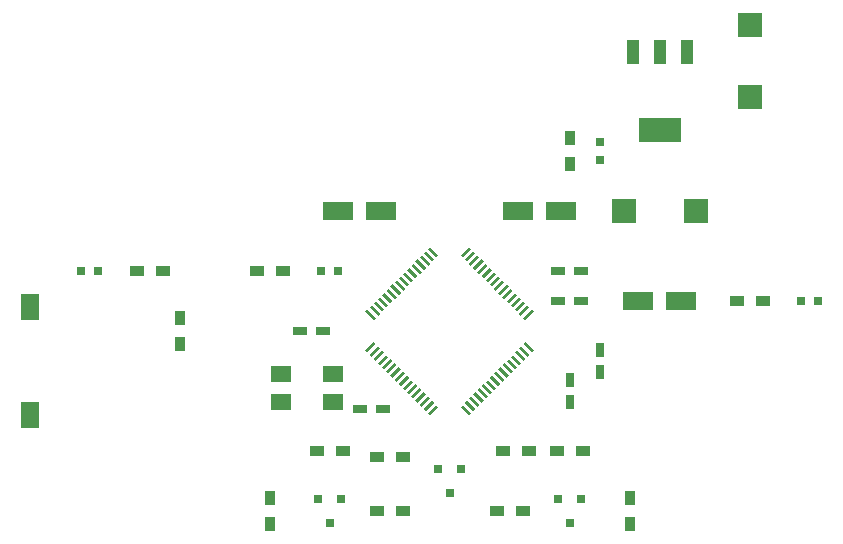
<source format=gtp>
%TF.GenerationSoftware,KiCad,Pcbnew,4.0.2+dfsg1-stable*%
%TF.CreationDate,2019-03-01T13:29:53+01:00*%
%TF.ProjectId,StandAlone-Adapter,5374616E64416C6F6E652D4164617074,rev?*%
%TF.FileFunction,Paste,Top*%
%FSLAX46Y46*%
G04 Gerber Fmt 4.6, Leading zero omitted, Abs format (unit mm)*
G04 Created by KiCad (PCBNEW 4.0.2+dfsg1-stable) date Fri 01 Mar 2019 13:29:53 CET*
%MOMM*%
G01*
G04 APERTURE LIST*
%ADD10C,0.100000*%
%ADD11R,1.800860X1.399540*%
%ADD12R,3.657600X2.032000*%
%ADD13R,1.016000X2.032000*%
%ADD14R,1.200000X0.900000*%
%ADD15R,0.900000X1.200000*%
%ADD16R,0.800100X0.800100*%
%ADD17R,1.998980X1.998980*%
%ADD18R,0.797560X0.797560*%
%ADD19R,1.200000X0.750000*%
%ADD20R,0.750000X1.200000*%
%ADD21R,2.600960X1.600200*%
%ADD22R,1.600000X2.180000*%
G04 APERTURE END LIST*
D10*
D11*
X135595360Y-100004880D03*
X139994640Y-100004880D03*
X139994640Y-97607120D03*
X135595360Y-97607120D03*
D10*
G36*
X142912676Y-95800800D02*
X142735899Y-95624023D01*
X143443006Y-94916916D01*
X143619783Y-95093693D01*
X142912676Y-95800800D01*
X142912676Y-95800800D01*
G37*
G36*
X143266229Y-96154354D02*
X143089452Y-95977577D01*
X143796559Y-95270470D01*
X143973336Y-95447247D01*
X143266229Y-96154354D01*
X143266229Y-96154354D01*
G37*
G36*
X143619783Y-96507907D02*
X143443006Y-96331130D01*
X144150113Y-95624023D01*
X144326890Y-95800800D01*
X143619783Y-96507907D01*
X143619783Y-96507907D01*
G37*
G36*
X143973336Y-96861460D02*
X143796559Y-96684683D01*
X144503666Y-95977576D01*
X144680443Y-96154353D01*
X143973336Y-96861460D01*
X143973336Y-96861460D01*
G37*
G36*
X144326889Y-97215014D02*
X144150112Y-97038237D01*
X144857219Y-96331130D01*
X145033996Y-96507907D01*
X144326889Y-97215014D01*
X144326889Y-97215014D01*
G37*
G36*
X144680443Y-97568567D02*
X144503666Y-97391790D01*
X145210773Y-96684683D01*
X145387550Y-96861460D01*
X144680443Y-97568567D01*
X144680443Y-97568567D01*
G37*
G36*
X145033996Y-97922121D02*
X144857219Y-97745344D01*
X145564326Y-97038237D01*
X145741103Y-97215014D01*
X145033996Y-97922121D01*
X145033996Y-97922121D01*
G37*
G36*
X145387550Y-98275674D02*
X145210773Y-98098897D01*
X145917880Y-97391790D01*
X146094657Y-97568567D01*
X145387550Y-98275674D01*
X145387550Y-98275674D01*
G37*
G36*
X145741103Y-98629227D02*
X145564326Y-98452450D01*
X146271433Y-97745343D01*
X146448210Y-97922120D01*
X145741103Y-98629227D01*
X145741103Y-98629227D01*
G37*
G36*
X146094656Y-98982781D02*
X145917879Y-98806004D01*
X146624986Y-98098897D01*
X146801763Y-98275674D01*
X146094656Y-98982781D01*
X146094656Y-98982781D01*
G37*
G36*
X146448210Y-99336334D02*
X146271433Y-99159557D01*
X146978540Y-98452450D01*
X147155317Y-98629227D01*
X146448210Y-99336334D01*
X146448210Y-99336334D01*
G37*
G36*
X146801763Y-99689888D02*
X146624986Y-99513111D01*
X147332093Y-98806004D01*
X147508870Y-98982781D01*
X146801763Y-99689888D01*
X146801763Y-99689888D01*
G37*
G36*
X147155317Y-100043441D02*
X146978540Y-99866664D01*
X147685647Y-99159557D01*
X147862424Y-99336334D01*
X147155317Y-100043441D01*
X147155317Y-100043441D01*
G37*
G36*
X147508870Y-100396994D02*
X147332093Y-100220217D01*
X148039200Y-99513110D01*
X148215977Y-99689887D01*
X147508870Y-100396994D01*
X147508870Y-100396994D01*
G37*
G36*
X147862423Y-100750548D02*
X147685646Y-100573771D01*
X148392753Y-99866664D01*
X148569530Y-100043441D01*
X147862423Y-100750548D01*
X147862423Y-100750548D01*
G37*
G36*
X148215977Y-101104101D02*
X148039200Y-100927324D01*
X148746307Y-100220217D01*
X148923084Y-100396994D01*
X148215977Y-101104101D01*
X148215977Y-101104101D01*
G37*
G36*
X151680800Y-100927324D02*
X151504023Y-101104101D01*
X150796916Y-100396994D01*
X150973693Y-100220217D01*
X151680800Y-100927324D01*
X151680800Y-100927324D01*
G37*
G36*
X152034354Y-100573771D02*
X151857577Y-100750548D01*
X151150470Y-100043441D01*
X151327247Y-99866664D01*
X152034354Y-100573771D01*
X152034354Y-100573771D01*
G37*
G36*
X152387907Y-100220217D02*
X152211130Y-100396994D01*
X151504023Y-99689887D01*
X151680800Y-99513110D01*
X152387907Y-100220217D01*
X152387907Y-100220217D01*
G37*
G36*
X152741460Y-99866664D02*
X152564683Y-100043441D01*
X151857576Y-99336334D01*
X152034353Y-99159557D01*
X152741460Y-99866664D01*
X152741460Y-99866664D01*
G37*
G36*
X153095014Y-99513111D02*
X152918237Y-99689888D01*
X152211130Y-98982781D01*
X152387907Y-98806004D01*
X153095014Y-99513111D01*
X153095014Y-99513111D01*
G37*
G36*
X153448567Y-99159557D02*
X153271790Y-99336334D01*
X152564683Y-98629227D01*
X152741460Y-98452450D01*
X153448567Y-99159557D01*
X153448567Y-99159557D01*
G37*
G36*
X153802121Y-98806004D02*
X153625344Y-98982781D01*
X152918237Y-98275674D01*
X153095014Y-98098897D01*
X153802121Y-98806004D01*
X153802121Y-98806004D01*
G37*
G36*
X154155674Y-98452450D02*
X153978897Y-98629227D01*
X153271790Y-97922120D01*
X153448567Y-97745343D01*
X154155674Y-98452450D01*
X154155674Y-98452450D01*
G37*
G36*
X154509227Y-98098897D02*
X154332450Y-98275674D01*
X153625343Y-97568567D01*
X153802120Y-97391790D01*
X154509227Y-98098897D01*
X154509227Y-98098897D01*
G37*
G36*
X154862781Y-97745344D02*
X154686004Y-97922121D01*
X153978897Y-97215014D01*
X154155674Y-97038237D01*
X154862781Y-97745344D01*
X154862781Y-97745344D01*
G37*
G36*
X155216334Y-97391790D02*
X155039557Y-97568567D01*
X154332450Y-96861460D01*
X154509227Y-96684683D01*
X155216334Y-97391790D01*
X155216334Y-97391790D01*
G37*
G36*
X155569888Y-97038237D02*
X155393111Y-97215014D01*
X154686004Y-96507907D01*
X154862781Y-96331130D01*
X155569888Y-97038237D01*
X155569888Y-97038237D01*
G37*
G36*
X155923441Y-96684683D02*
X155746664Y-96861460D01*
X155039557Y-96154353D01*
X155216334Y-95977576D01*
X155923441Y-96684683D01*
X155923441Y-96684683D01*
G37*
G36*
X156276994Y-96331130D02*
X156100217Y-96507907D01*
X155393110Y-95800800D01*
X155569887Y-95624023D01*
X156276994Y-96331130D01*
X156276994Y-96331130D01*
G37*
G36*
X156630548Y-95977577D02*
X156453771Y-96154354D01*
X155746664Y-95447247D01*
X155923441Y-95270470D01*
X156630548Y-95977577D01*
X156630548Y-95977577D01*
G37*
G36*
X156984101Y-95624023D02*
X156807324Y-95800800D01*
X156100217Y-95093693D01*
X156276994Y-94916916D01*
X156984101Y-95624023D01*
X156984101Y-95624023D01*
G37*
G36*
X156276994Y-93043084D02*
X156100217Y-92866307D01*
X156807324Y-92159200D01*
X156984101Y-92335977D01*
X156276994Y-93043084D01*
X156276994Y-93043084D01*
G37*
G36*
X155923441Y-92689530D02*
X155746664Y-92512753D01*
X156453771Y-91805646D01*
X156630548Y-91982423D01*
X155923441Y-92689530D01*
X155923441Y-92689530D01*
G37*
G36*
X155569887Y-92335977D02*
X155393110Y-92159200D01*
X156100217Y-91452093D01*
X156276994Y-91628870D01*
X155569887Y-92335977D01*
X155569887Y-92335977D01*
G37*
G36*
X155216334Y-91982424D02*
X155039557Y-91805647D01*
X155746664Y-91098540D01*
X155923441Y-91275317D01*
X155216334Y-91982424D01*
X155216334Y-91982424D01*
G37*
G36*
X154862781Y-91628870D02*
X154686004Y-91452093D01*
X155393111Y-90744986D01*
X155569888Y-90921763D01*
X154862781Y-91628870D01*
X154862781Y-91628870D01*
G37*
G36*
X154509227Y-91275317D02*
X154332450Y-91098540D01*
X155039557Y-90391433D01*
X155216334Y-90568210D01*
X154509227Y-91275317D01*
X154509227Y-91275317D01*
G37*
G36*
X154155674Y-90921763D02*
X153978897Y-90744986D01*
X154686004Y-90037879D01*
X154862781Y-90214656D01*
X154155674Y-90921763D01*
X154155674Y-90921763D01*
G37*
G36*
X153802120Y-90568210D02*
X153625343Y-90391433D01*
X154332450Y-89684326D01*
X154509227Y-89861103D01*
X153802120Y-90568210D01*
X153802120Y-90568210D01*
G37*
G36*
X153448567Y-90214657D02*
X153271790Y-90037880D01*
X153978897Y-89330773D01*
X154155674Y-89507550D01*
X153448567Y-90214657D01*
X153448567Y-90214657D01*
G37*
G36*
X153095014Y-89861103D02*
X152918237Y-89684326D01*
X153625344Y-88977219D01*
X153802121Y-89153996D01*
X153095014Y-89861103D01*
X153095014Y-89861103D01*
G37*
G36*
X152741460Y-89507550D02*
X152564683Y-89330773D01*
X153271790Y-88623666D01*
X153448567Y-88800443D01*
X152741460Y-89507550D01*
X152741460Y-89507550D01*
G37*
G36*
X152387907Y-89153996D02*
X152211130Y-88977219D01*
X152918237Y-88270112D01*
X153095014Y-88446889D01*
X152387907Y-89153996D01*
X152387907Y-89153996D01*
G37*
G36*
X152034353Y-88800443D02*
X151857576Y-88623666D01*
X152564683Y-87916559D01*
X152741460Y-88093336D01*
X152034353Y-88800443D01*
X152034353Y-88800443D01*
G37*
G36*
X151680800Y-88446890D02*
X151504023Y-88270113D01*
X152211130Y-87563006D01*
X152387907Y-87739783D01*
X151680800Y-88446890D01*
X151680800Y-88446890D01*
G37*
G36*
X151327247Y-88093336D02*
X151150470Y-87916559D01*
X151857577Y-87209452D01*
X152034354Y-87386229D01*
X151327247Y-88093336D01*
X151327247Y-88093336D01*
G37*
G36*
X150973693Y-87739783D02*
X150796916Y-87563006D01*
X151504023Y-86855899D01*
X151680800Y-87032676D01*
X150973693Y-87739783D01*
X150973693Y-87739783D01*
G37*
G36*
X148923084Y-87563006D02*
X148746307Y-87739783D01*
X148039200Y-87032676D01*
X148215977Y-86855899D01*
X148923084Y-87563006D01*
X148923084Y-87563006D01*
G37*
G36*
X148569530Y-87916559D02*
X148392753Y-88093336D01*
X147685646Y-87386229D01*
X147862423Y-87209452D01*
X148569530Y-87916559D01*
X148569530Y-87916559D01*
G37*
G36*
X148215977Y-88270113D02*
X148039200Y-88446890D01*
X147332093Y-87739783D01*
X147508870Y-87563006D01*
X148215977Y-88270113D01*
X148215977Y-88270113D01*
G37*
G36*
X147862424Y-88623666D02*
X147685647Y-88800443D01*
X146978540Y-88093336D01*
X147155317Y-87916559D01*
X147862424Y-88623666D01*
X147862424Y-88623666D01*
G37*
G36*
X147508870Y-88977219D02*
X147332093Y-89153996D01*
X146624986Y-88446889D01*
X146801763Y-88270112D01*
X147508870Y-88977219D01*
X147508870Y-88977219D01*
G37*
G36*
X147155317Y-89330773D02*
X146978540Y-89507550D01*
X146271433Y-88800443D01*
X146448210Y-88623666D01*
X147155317Y-89330773D01*
X147155317Y-89330773D01*
G37*
G36*
X146801763Y-89684326D02*
X146624986Y-89861103D01*
X145917879Y-89153996D01*
X146094656Y-88977219D01*
X146801763Y-89684326D01*
X146801763Y-89684326D01*
G37*
G36*
X146448210Y-90037880D02*
X146271433Y-90214657D01*
X145564326Y-89507550D01*
X145741103Y-89330773D01*
X146448210Y-90037880D01*
X146448210Y-90037880D01*
G37*
G36*
X146094657Y-90391433D02*
X145917880Y-90568210D01*
X145210773Y-89861103D01*
X145387550Y-89684326D01*
X146094657Y-90391433D01*
X146094657Y-90391433D01*
G37*
G36*
X145741103Y-90744986D02*
X145564326Y-90921763D01*
X144857219Y-90214656D01*
X145033996Y-90037879D01*
X145741103Y-90744986D01*
X145741103Y-90744986D01*
G37*
G36*
X145387550Y-91098540D02*
X145210773Y-91275317D01*
X144503666Y-90568210D01*
X144680443Y-90391433D01*
X145387550Y-91098540D01*
X145387550Y-91098540D01*
G37*
G36*
X145033996Y-91452093D02*
X144857219Y-91628870D01*
X144150112Y-90921763D01*
X144326889Y-90744986D01*
X145033996Y-91452093D01*
X145033996Y-91452093D01*
G37*
G36*
X144680443Y-91805647D02*
X144503666Y-91982424D01*
X143796559Y-91275317D01*
X143973336Y-91098540D01*
X144680443Y-91805647D01*
X144680443Y-91805647D01*
G37*
G36*
X144326890Y-92159200D02*
X144150113Y-92335977D01*
X143443006Y-91628870D01*
X143619783Y-91452093D01*
X144326890Y-92159200D01*
X144326890Y-92159200D01*
G37*
G36*
X143973336Y-92512753D02*
X143796559Y-92689530D01*
X143089452Y-91982423D01*
X143266229Y-91805646D01*
X143973336Y-92512753D01*
X143973336Y-92512753D01*
G37*
G36*
X143619783Y-92866307D02*
X143443006Y-93043084D01*
X142735899Y-92335977D01*
X142912676Y-92159200D01*
X143619783Y-92866307D01*
X143619783Y-92866307D01*
G37*
D12*
X167640000Y-76962000D03*
D13*
X167640000Y-70358000D03*
X165354000Y-70358000D03*
X169926000Y-70358000D03*
D14*
X123360000Y-88900000D03*
X125560000Y-88900000D03*
X140800000Y-104140000D03*
X138600000Y-104140000D03*
D15*
X134620000Y-110320000D03*
X134620000Y-108120000D03*
D14*
X156040000Y-109220000D03*
X153840000Y-109220000D03*
X143680000Y-109220000D03*
X145880000Y-109220000D03*
D15*
X165100000Y-108120000D03*
X165100000Y-110320000D03*
D14*
X161120000Y-104140000D03*
X158920000Y-104140000D03*
X174160000Y-91440000D03*
X176360000Y-91440000D03*
X154348000Y-104140000D03*
X156548000Y-104140000D03*
X143680000Y-104648000D03*
X145880000Y-104648000D03*
D15*
X127000000Y-92880000D03*
X127000000Y-95080000D03*
D14*
X133520000Y-88900000D03*
X135720000Y-88900000D03*
D15*
X160020000Y-77640000D03*
X160020000Y-79840000D03*
D16*
X140650000Y-108219240D03*
X138750000Y-108219240D03*
X139700000Y-110218220D03*
X150810000Y-105679240D03*
X148910000Y-105679240D03*
X149860000Y-107678220D03*
X160970000Y-108219240D03*
X159070000Y-108219240D03*
X160020000Y-110218220D03*
D17*
X164592000Y-83820000D03*
X170688000Y-83820000D03*
X175260000Y-68072000D03*
X175260000Y-74168000D03*
D18*
X118630700Y-88900000D03*
X120129300Y-88900000D03*
X181089300Y-91440000D03*
X179590700Y-91440000D03*
X138950700Y-88900000D03*
X140449300Y-88900000D03*
X162560000Y-79489300D03*
X162560000Y-77990700D03*
D19*
X159070000Y-91440000D03*
X160970000Y-91440000D03*
D20*
X160020000Y-100010000D03*
X160020000Y-98110000D03*
X162560000Y-97470000D03*
X162560000Y-95570000D03*
D19*
X159070000Y-88900000D03*
X160970000Y-88900000D03*
X142306000Y-100584000D03*
X144206000Y-100584000D03*
X137226000Y-93980000D03*
X139126000Y-93980000D03*
D21*
X140439140Y-83820000D03*
X144040860Y-83820000D03*
X169440860Y-91440000D03*
X165839140Y-91440000D03*
X159280860Y-83820000D03*
X155679140Y-83820000D03*
D22*
X114300000Y-101110000D03*
X114300000Y-91930000D03*
M02*

</source>
